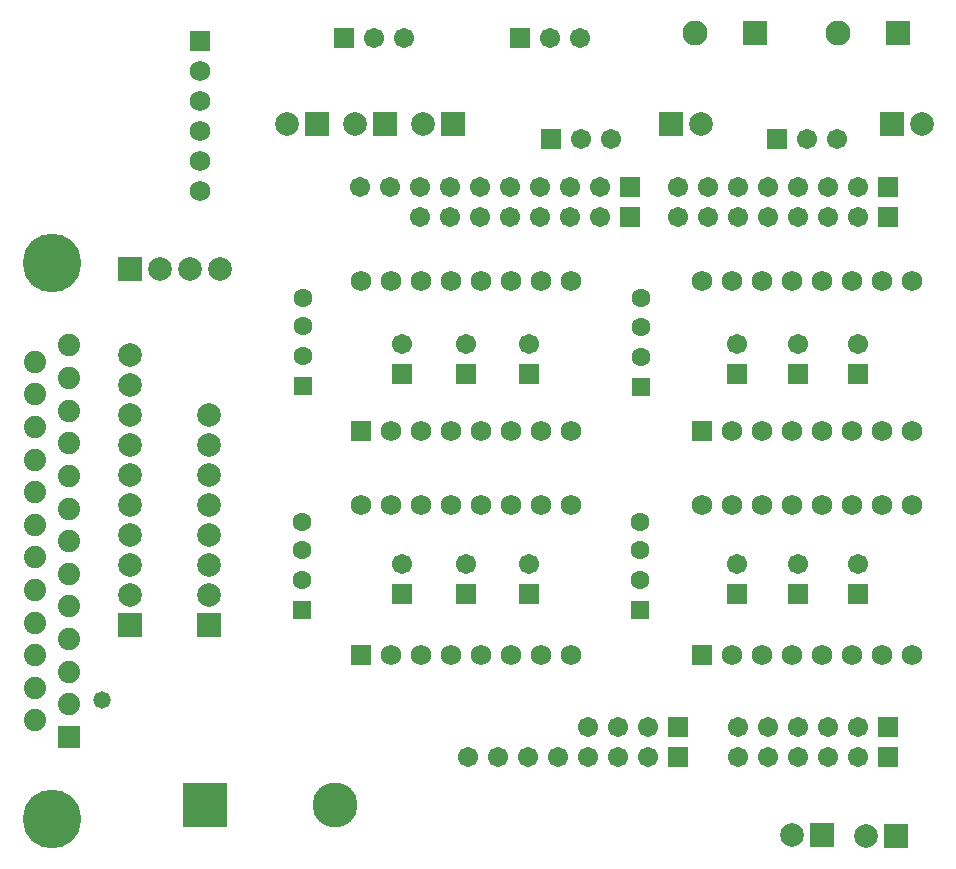
<source format=gbs>
G04*
G04 #@! TF.GenerationSoftware,Altium Limited,Altium Designer,18.1.7 (191)*
G04*
G04 Layer_Color=16711935*
%FSLAX44Y44*%
%MOMM*%
G71*
G01*
G75*
%ADD18C,3.8032*%
%ADD19R,3.8032X3.8032*%
%ADD20C,2.0032*%
%ADD21R,2.0032X2.0032*%
%ADD22R,2.1032X2.1032*%
%ADD23C,2.1032*%
%ADD24C,1.7272*%
%ADD25R,1.7272X1.7272*%
%ADD26R,1.7272X1.7272*%
%ADD27C,1.7032*%
%ADD28R,1.7032X1.7032*%
%ADD29R,2.0032X2.0032*%
%ADD30C,1.8932*%
%ADD31R,1.8932X1.8932*%
%ADD32C,4.9632*%
%ADD33C,1.6032*%
%ADD34R,1.6032X1.6032*%
%ADD35R,1.7032X1.7032*%
%ADD36C,1.4732*%
D18*
X882180Y418704D02*
D03*
D19*
X771690D02*
D03*
D20*
X1378974Y995285D02*
D03*
X1192064D02*
D03*
X1268694Y393767D02*
D03*
X1331645Y392971D02*
D03*
X841437Y995334D02*
D03*
X899180D02*
D03*
X956922D02*
D03*
X708412Y800287D02*
D03*
Y774887D02*
D03*
Y749487D02*
D03*
Y724087D02*
D03*
Y698687D02*
D03*
Y673287D02*
D03*
Y647887D02*
D03*
Y622487D02*
D03*
Y597087D02*
D03*
X775252D02*
D03*
Y622487D02*
D03*
Y647887D02*
D03*
Y673287D02*
D03*
Y698687D02*
D03*
Y724087D02*
D03*
Y749487D02*
D03*
X733782Y873208D02*
D03*
X759182D02*
D03*
X784582D02*
D03*
D21*
X1353574Y995285D02*
D03*
X1166664D02*
D03*
X1294094Y393767D02*
D03*
X1357045Y392971D02*
D03*
X866837Y995334D02*
D03*
X924579D02*
D03*
X982322D02*
D03*
X708382Y873208D02*
D03*
D22*
X1358839Y1072549D02*
D03*
X1237279Y1072390D02*
D03*
D23*
X1308039Y1072549D02*
D03*
X1186479Y1072390D02*
D03*
D24*
X1243413Y735553D02*
D03*
X1218013D02*
D03*
X1294213D02*
D03*
X1268813D02*
D03*
X1319613D02*
D03*
X1345013D02*
D03*
X1370413D02*
D03*
Y862553D02*
D03*
X1345013D02*
D03*
X1319613D02*
D03*
X1268813D02*
D03*
X1294213D02*
D03*
X1218013D02*
D03*
X1192613D02*
D03*
X1243413D02*
D03*
X767574Y1040789D02*
D03*
Y1015389D02*
D03*
Y989989D02*
D03*
Y964589D02*
D03*
Y939189D02*
D03*
X954461Y862553D02*
D03*
X903661D02*
D03*
X929061D02*
D03*
X1005260D02*
D03*
X979861D02*
D03*
X1030660D02*
D03*
X1056060D02*
D03*
X1081460D02*
D03*
Y735553D02*
D03*
X1056060D02*
D03*
X1030660D02*
D03*
X979861D02*
D03*
X1005260D02*
D03*
X929061D02*
D03*
X954461D02*
D03*
X1243413Y673045D02*
D03*
X1192613D02*
D03*
X1218013D02*
D03*
X1294213D02*
D03*
X1268813D02*
D03*
X1319613D02*
D03*
X1345013D02*
D03*
X1370413D02*
D03*
Y546045D02*
D03*
X1345013D02*
D03*
X1319613D02*
D03*
X1268813D02*
D03*
X1294213D02*
D03*
X1218013D02*
D03*
X1243413D02*
D03*
X954461Y673045D02*
D03*
X903661D02*
D03*
X929061D02*
D03*
X1005260D02*
D03*
X979861D02*
D03*
X1030660D02*
D03*
X1056060D02*
D03*
X1081460D02*
D03*
Y546045D02*
D03*
X1056060D02*
D03*
X1030660D02*
D03*
X979861D02*
D03*
X1005260D02*
D03*
X929061D02*
D03*
X954461D02*
D03*
D25*
X1192613Y735553D02*
D03*
X903661D02*
D03*
X1192613Y546045D02*
D03*
X903661D02*
D03*
D26*
X767574Y1066189D02*
D03*
D27*
X1115372Y982835D02*
D03*
X1089972D02*
D03*
X1306711D02*
D03*
X1281311D02*
D03*
X1089408Y1068546D02*
D03*
X1064008D02*
D03*
X940253D02*
D03*
X914853D02*
D03*
X1172210Y942340D02*
D03*
X1197610D02*
D03*
X1223010D02*
D03*
X1248410D02*
D03*
X1273810D02*
D03*
X1299210D02*
D03*
X1324610D02*
D03*
X1080770D02*
D03*
X902970D02*
D03*
X928370D02*
D03*
X953770D02*
D03*
X979170D02*
D03*
X1004570D02*
D03*
X1029970D02*
D03*
X1055370D02*
D03*
X1106170D02*
D03*
X1172210Y916940D02*
D03*
X1197610D02*
D03*
X1223010D02*
D03*
X1248410D02*
D03*
X1273810D02*
D03*
X1299210D02*
D03*
X1324610D02*
D03*
X953770D02*
D03*
X979170D02*
D03*
X1004570D02*
D03*
X1029970D02*
D03*
X1055370D02*
D03*
X1080770D02*
D03*
X1106170D02*
D03*
X1223010Y459740D02*
D03*
X1248410D02*
D03*
X1273810D02*
D03*
X1299210D02*
D03*
X1324610D02*
D03*
X994410D02*
D03*
X1019810D02*
D03*
X1045210D02*
D03*
X1070610D02*
D03*
X1096010D02*
D03*
X1121410D02*
D03*
X1146810D02*
D03*
X1223010Y485140D02*
D03*
X1248410D02*
D03*
X1273810D02*
D03*
X1299210D02*
D03*
X1324610D02*
D03*
X1146810D02*
D03*
X1121410D02*
D03*
X1096010D02*
D03*
X1046330Y809495D02*
D03*
X1325058D02*
D03*
X992757D02*
D03*
X1273705D02*
D03*
X939184D02*
D03*
X1222352D02*
D03*
X1046330Y623055D02*
D03*
X1325058D02*
D03*
X992757D02*
D03*
X1273705D02*
D03*
X939184D02*
D03*
X1222352D02*
D03*
D28*
X1064572Y982835D02*
D03*
X1255911D02*
D03*
X1038608Y1068546D02*
D03*
X889453D02*
D03*
X1350010Y942340D02*
D03*
X1131570D02*
D03*
X1350010Y916940D02*
D03*
X1131570D02*
D03*
X1350010Y459740D02*
D03*
X1172210D02*
D03*
X1350010Y485140D02*
D03*
X1172210D02*
D03*
D29*
X708412Y571687D02*
D03*
X775252D02*
D03*
D30*
X656733Y808116D02*
D03*
X628333Y794311D02*
D03*
X656733Y780506D02*
D03*
X628333Y766701D02*
D03*
X656733Y752896D02*
D03*
X628333Y739091D02*
D03*
X656733Y725286D02*
D03*
X628333Y711481D02*
D03*
X656733Y697676D02*
D03*
X628333Y683871D02*
D03*
X656733Y670066D02*
D03*
X628333Y656261D02*
D03*
X656733Y642456D02*
D03*
X628333Y628651D02*
D03*
X656733Y614846D02*
D03*
X628333Y601041D02*
D03*
X656733Y587236D02*
D03*
X628333Y573431D02*
D03*
X656733Y559626D02*
D03*
X628333Y545821D02*
D03*
X656733Y532016D02*
D03*
X628333Y518211D02*
D03*
X656733Y504406D02*
D03*
X628333Y490601D02*
D03*
D31*
X656733Y476796D02*
D03*
D32*
X642533Y407196D02*
D03*
Y877716D02*
D03*
D33*
X854864Y848371D02*
D03*
Y798841D02*
D03*
Y824241D02*
D03*
X1140589Y659035D02*
D03*
Y609505D02*
D03*
Y634905D02*
D03*
X1141118Y823888D02*
D03*
Y798488D02*
D03*
Y848018D02*
D03*
X854063Y634905D02*
D03*
Y609505D02*
D03*
Y659035D02*
D03*
D34*
X854864Y773441D02*
D03*
X1140589Y584105D02*
D03*
X1141118Y773088D02*
D03*
X854063Y584105D02*
D03*
D35*
X1046330Y784095D02*
D03*
X1325058D02*
D03*
X992757D02*
D03*
X1273705D02*
D03*
X939184D02*
D03*
X1222352D02*
D03*
X1046330Y597655D02*
D03*
X1325058D02*
D03*
X992757D02*
D03*
X1273705D02*
D03*
X939184D02*
D03*
X1222352D02*
D03*
D36*
X685078Y508151D02*
D03*
M02*

</source>
